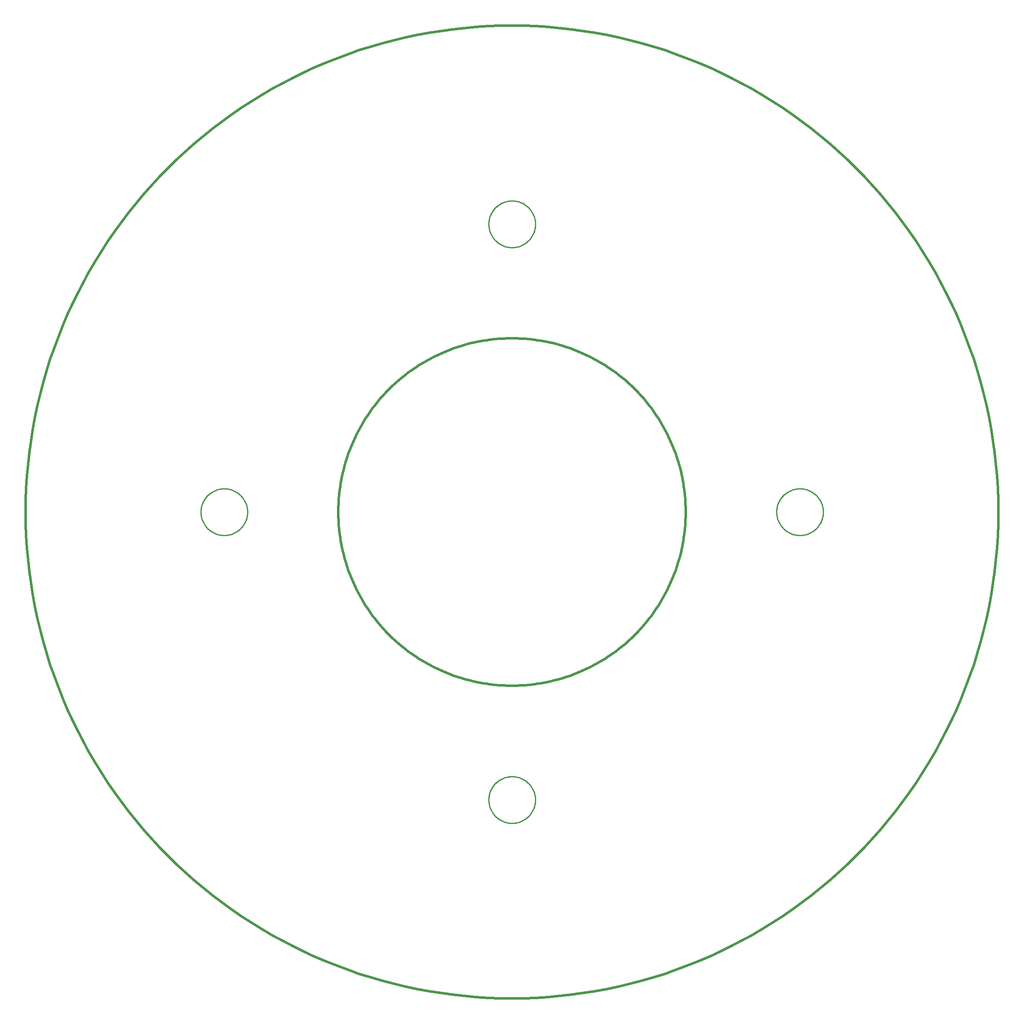
<source format=gko>
G04 EAGLE Gerber RS-274X export*
G75*
%MOMM*%
%FSLAX34Y34*%
%LPD*%
%INBoard Outline*%
%IPPOS*%
%AMOC8*
5,1,8,0,0,1.08239X$1,22.5*%
G01*
%ADD10C,0.152400*%
%ADD11C,0.508000*%
%ADD12C,0.254000*%


D10*
X533000Y0D02*
X533014Y1153D01*
X533057Y2306D01*
X533127Y3458D01*
X533226Y4607D01*
X533353Y5753D01*
X533509Y6896D01*
X533692Y8035D01*
X533903Y9169D01*
X534142Y10298D01*
X534409Y11420D01*
X534703Y12535D01*
X535024Y13643D01*
X535372Y14743D01*
X535747Y15834D01*
X536149Y16915D01*
X536578Y17986D01*
X537032Y19046D01*
X537513Y20095D01*
X538018Y21132D01*
X538550Y22156D01*
X539106Y23166D01*
X539687Y24163D01*
X540292Y25145D01*
X540921Y26112D01*
X541574Y27063D01*
X542249Y27998D01*
X542948Y28916D01*
X543669Y29816D01*
X544411Y30699D01*
X545175Y31563D01*
X545960Y32408D01*
X546766Y33234D01*
X547592Y34040D01*
X548437Y34825D01*
X549301Y35589D01*
X550184Y36331D01*
X551084Y37052D01*
X552002Y37751D01*
X552937Y38426D01*
X553888Y39079D01*
X554855Y39708D01*
X555837Y40313D01*
X556834Y40894D01*
X557844Y41450D01*
X558868Y41982D01*
X559905Y42487D01*
X560954Y42968D01*
X562014Y43422D01*
X563085Y43851D01*
X564166Y44253D01*
X565257Y44628D01*
X566357Y44976D01*
X567465Y45297D01*
X568580Y45591D01*
X569702Y45858D01*
X570831Y46097D01*
X571965Y46308D01*
X573104Y46491D01*
X574247Y46647D01*
X575393Y46774D01*
X576542Y46873D01*
X577694Y46943D01*
X578847Y46986D01*
X580000Y47000D01*
X581153Y46986D01*
X582306Y46943D01*
X583458Y46873D01*
X584607Y46774D01*
X585753Y46647D01*
X586896Y46491D01*
X588035Y46308D01*
X589169Y46097D01*
X590298Y45858D01*
X591420Y45591D01*
X592535Y45297D01*
X593643Y44976D01*
X594743Y44628D01*
X595834Y44253D01*
X596915Y43851D01*
X597986Y43422D01*
X599046Y42968D01*
X600095Y42487D01*
X601132Y41982D01*
X602156Y41450D01*
X603166Y40894D01*
X604163Y40313D01*
X605145Y39708D01*
X606112Y39079D01*
X607063Y38426D01*
X607998Y37751D01*
X608916Y37052D01*
X609816Y36331D01*
X610699Y35589D01*
X611563Y34825D01*
X612408Y34040D01*
X613234Y33234D01*
X614040Y32408D01*
X614825Y31563D01*
X615589Y30699D01*
X616331Y29816D01*
X617052Y28916D01*
X617751Y27998D01*
X618426Y27063D01*
X619079Y26112D01*
X619708Y25145D01*
X620313Y24163D01*
X620894Y23166D01*
X621450Y22156D01*
X621982Y21132D01*
X622487Y20095D01*
X622968Y19046D01*
X623422Y17986D01*
X623851Y16915D01*
X624253Y15834D01*
X624628Y14743D01*
X624976Y13643D01*
X625297Y12535D01*
X625591Y11420D01*
X625858Y10298D01*
X626097Y9169D01*
X626308Y8035D01*
X626491Y6896D01*
X626647Y5753D01*
X626774Y4607D01*
X626873Y3458D01*
X626943Y2306D01*
X626986Y1153D01*
X627000Y0D01*
X626986Y-1153D01*
X626943Y-2306D01*
X626873Y-3458D01*
X626774Y-4607D01*
X626647Y-5753D01*
X626491Y-6896D01*
X626308Y-8035D01*
X626097Y-9169D01*
X625858Y-10298D01*
X625591Y-11420D01*
X625297Y-12535D01*
X624976Y-13643D01*
X624628Y-14743D01*
X624253Y-15834D01*
X623851Y-16915D01*
X623422Y-17986D01*
X622968Y-19046D01*
X622487Y-20095D01*
X621982Y-21132D01*
X621450Y-22156D01*
X620894Y-23166D01*
X620313Y-24163D01*
X619708Y-25145D01*
X619079Y-26112D01*
X618426Y-27063D01*
X617751Y-27998D01*
X617052Y-28916D01*
X616331Y-29816D01*
X615589Y-30699D01*
X614825Y-31563D01*
X614040Y-32408D01*
X613234Y-33234D01*
X612408Y-34040D01*
X611563Y-34825D01*
X610699Y-35589D01*
X609816Y-36331D01*
X608916Y-37052D01*
X607998Y-37751D01*
X607063Y-38426D01*
X606112Y-39079D01*
X605145Y-39708D01*
X604163Y-40313D01*
X603166Y-40894D01*
X602156Y-41450D01*
X601132Y-41982D01*
X600095Y-42487D01*
X599046Y-42968D01*
X597986Y-43422D01*
X596915Y-43851D01*
X595834Y-44253D01*
X594743Y-44628D01*
X593643Y-44976D01*
X592535Y-45297D01*
X591420Y-45591D01*
X590298Y-45858D01*
X589169Y-46097D01*
X588035Y-46308D01*
X586896Y-46491D01*
X585753Y-46647D01*
X584607Y-46774D01*
X583458Y-46873D01*
X582306Y-46943D01*
X581153Y-46986D01*
X580000Y-47000D01*
X578847Y-46986D01*
X577694Y-46943D01*
X576542Y-46873D01*
X575393Y-46774D01*
X574247Y-46647D01*
X573104Y-46491D01*
X571965Y-46308D01*
X570831Y-46097D01*
X569702Y-45858D01*
X568580Y-45591D01*
X567465Y-45297D01*
X566357Y-44976D01*
X565257Y-44628D01*
X564166Y-44253D01*
X563085Y-43851D01*
X562014Y-43422D01*
X560954Y-42968D01*
X559905Y-42487D01*
X558868Y-41982D01*
X557844Y-41450D01*
X556834Y-40894D01*
X555837Y-40313D01*
X554855Y-39708D01*
X553888Y-39079D01*
X552937Y-38426D01*
X552002Y-37751D01*
X551084Y-37052D01*
X550184Y-36331D01*
X549301Y-35589D01*
X548437Y-34825D01*
X547592Y-34040D01*
X546766Y-33234D01*
X545960Y-32408D01*
X545175Y-31563D01*
X544411Y-30699D01*
X543669Y-29816D01*
X542948Y-28916D01*
X542249Y-27998D01*
X541574Y-27063D01*
X540921Y-26112D01*
X540292Y-25145D01*
X539687Y-24163D01*
X539106Y-23166D01*
X538550Y-22156D01*
X538018Y-21132D01*
X537513Y-20095D01*
X537032Y-19046D01*
X536578Y-17986D01*
X536149Y-16915D01*
X535747Y-15834D01*
X535372Y-14743D01*
X535024Y-13643D01*
X534703Y-12535D01*
X534409Y-11420D01*
X534142Y-10298D01*
X533903Y-9169D01*
X533692Y-8035D01*
X533509Y-6896D01*
X533353Y-5753D01*
X533226Y-4607D01*
X533127Y-3458D01*
X533057Y-2306D01*
X533014Y-1153D01*
X533000Y0D01*
X-47000Y580000D02*
X-46986Y581153D01*
X-46943Y582306D01*
X-46873Y583458D01*
X-46774Y584607D01*
X-46647Y585753D01*
X-46491Y586896D01*
X-46308Y588035D01*
X-46097Y589169D01*
X-45858Y590298D01*
X-45591Y591420D01*
X-45297Y592535D01*
X-44976Y593643D01*
X-44628Y594743D01*
X-44253Y595834D01*
X-43851Y596915D01*
X-43422Y597986D01*
X-42968Y599046D01*
X-42487Y600095D01*
X-41982Y601132D01*
X-41450Y602156D01*
X-40894Y603166D01*
X-40313Y604163D01*
X-39708Y605145D01*
X-39079Y606112D01*
X-38426Y607063D01*
X-37751Y607998D01*
X-37052Y608916D01*
X-36331Y609816D01*
X-35589Y610699D01*
X-34825Y611563D01*
X-34040Y612408D01*
X-33234Y613234D01*
X-32408Y614040D01*
X-31563Y614825D01*
X-30699Y615589D01*
X-29816Y616331D01*
X-28916Y617052D01*
X-27998Y617751D01*
X-27063Y618426D01*
X-26112Y619079D01*
X-25145Y619708D01*
X-24163Y620313D01*
X-23166Y620894D01*
X-22156Y621450D01*
X-21132Y621982D01*
X-20095Y622487D01*
X-19046Y622968D01*
X-17986Y623422D01*
X-16915Y623851D01*
X-15834Y624253D01*
X-14743Y624628D01*
X-13643Y624976D01*
X-12535Y625297D01*
X-11420Y625591D01*
X-10298Y625858D01*
X-9169Y626097D01*
X-8035Y626308D01*
X-6896Y626491D01*
X-5753Y626647D01*
X-4607Y626774D01*
X-3458Y626873D01*
X-2306Y626943D01*
X-1153Y626986D01*
X0Y627000D01*
X1153Y626986D01*
X2306Y626943D01*
X3458Y626873D01*
X4607Y626774D01*
X5753Y626647D01*
X6896Y626491D01*
X8035Y626308D01*
X9169Y626097D01*
X10298Y625858D01*
X11420Y625591D01*
X12535Y625297D01*
X13643Y624976D01*
X14743Y624628D01*
X15834Y624253D01*
X16915Y623851D01*
X17986Y623422D01*
X19046Y622968D01*
X20095Y622487D01*
X21132Y621982D01*
X22156Y621450D01*
X23166Y620894D01*
X24163Y620313D01*
X25145Y619708D01*
X26112Y619079D01*
X27063Y618426D01*
X27998Y617751D01*
X28916Y617052D01*
X29816Y616331D01*
X30699Y615589D01*
X31563Y614825D01*
X32408Y614040D01*
X33234Y613234D01*
X34040Y612408D01*
X34825Y611563D01*
X35589Y610699D01*
X36331Y609816D01*
X37052Y608916D01*
X37751Y607998D01*
X38426Y607063D01*
X39079Y606112D01*
X39708Y605145D01*
X40313Y604163D01*
X40894Y603166D01*
X41450Y602156D01*
X41982Y601132D01*
X42487Y600095D01*
X42968Y599046D01*
X43422Y597986D01*
X43851Y596915D01*
X44253Y595834D01*
X44628Y594743D01*
X44976Y593643D01*
X45297Y592535D01*
X45591Y591420D01*
X45858Y590298D01*
X46097Y589169D01*
X46308Y588035D01*
X46491Y586896D01*
X46647Y585753D01*
X46774Y584607D01*
X46873Y583458D01*
X46943Y582306D01*
X46986Y581153D01*
X47000Y580000D01*
X46986Y578847D01*
X46943Y577694D01*
X46873Y576542D01*
X46774Y575393D01*
X46647Y574247D01*
X46491Y573104D01*
X46308Y571965D01*
X46097Y570831D01*
X45858Y569702D01*
X45591Y568580D01*
X45297Y567465D01*
X44976Y566357D01*
X44628Y565257D01*
X44253Y564166D01*
X43851Y563085D01*
X43422Y562014D01*
X42968Y560954D01*
X42487Y559905D01*
X41982Y558868D01*
X41450Y557844D01*
X40894Y556834D01*
X40313Y555837D01*
X39708Y554855D01*
X39079Y553888D01*
X38426Y552937D01*
X37751Y552002D01*
X37052Y551084D01*
X36331Y550184D01*
X35589Y549301D01*
X34825Y548437D01*
X34040Y547592D01*
X33234Y546766D01*
X32408Y545960D01*
X31563Y545175D01*
X30699Y544411D01*
X29816Y543669D01*
X28916Y542948D01*
X27998Y542249D01*
X27063Y541574D01*
X26112Y540921D01*
X25145Y540292D01*
X24163Y539687D01*
X23166Y539106D01*
X22156Y538550D01*
X21132Y538018D01*
X20095Y537513D01*
X19046Y537032D01*
X17986Y536578D01*
X16915Y536149D01*
X15834Y535747D01*
X14743Y535372D01*
X13643Y535024D01*
X12535Y534703D01*
X11420Y534409D01*
X10298Y534142D01*
X9169Y533903D01*
X8035Y533692D01*
X6896Y533509D01*
X5753Y533353D01*
X4607Y533226D01*
X3458Y533127D01*
X2306Y533057D01*
X1153Y533014D01*
X0Y533000D01*
X-1153Y533014D01*
X-2306Y533057D01*
X-3458Y533127D01*
X-4607Y533226D01*
X-5753Y533353D01*
X-6896Y533509D01*
X-8035Y533692D01*
X-9169Y533903D01*
X-10298Y534142D01*
X-11420Y534409D01*
X-12535Y534703D01*
X-13643Y535024D01*
X-14743Y535372D01*
X-15834Y535747D01*
X-16915Y536149D01*
X-17986Y536578D01*
X-19046Y537032D01*
X-20095Y537513D01*
X-21132Y538018D01*
X-22156Y538550D01*
X-23166Y539106D01*
X-24163Y539687D01*
X-25145Y540292D01*
X-26112Y540921D01*
X-27063Y541574D01*
X-27998Y542249D01*
X-28916Y542948D01*
X-29816Y543669D01*
X-30699Y544411D01*
X-31563Y545175D01*
X-32408Y545960D01*
X-33234Y546766D01*
X-34040Y547592D01*
X-34825Y548437D01*
X-35589Y549301D01*
X-36331Y550184D01*
X-37052Y551084D01*
X-37751Y552002D01*
X-38426Y552937D01*
X-39079Y553888D01*
X-39708Y554855D01*
X-40313Y555837D01*
X-40894Y556834D01*
X-41450Y557844D01*
X-41982Y558868D01*
X-42487Y559905D01*
X-42968Y560954D01*
X-43422Y562014D01*
X-43851Y563085D01*
X-44253Y564166D01*
X-44628Y565257D01*
X-44976Y566357D01*
X-45297Y567465D01*
X-45591Y568580D01*
X-45858Y569702D01*
X-46097Y570831D01*
X-46308Y571965D01*
X-46491Y573104D01*
X-46647Y574247D01*
X-46774Y575393D01*
X-46873Y576542D01*
X-46943Y577694D01*
X-46986Y578847D01*
X-47000Y580000D01*
X-627000Y0D02*
X-626986Y1153D01*
X-626943Y2306D01*
X-626873Y3458D01*
X-626774Y4607D01*
X-626647Y5753D01*
X-626491Y6896D01*
X-626308Y8035D01*
X-626097Y9169D01*
X-625858Y10298D01*
X-625591Y11420D01*
X-625297Y12535D01*
X-624976Y13643D01*
X-624628Y14743D01*
X-624253Y15834D01*
X-623851Y16915D01*
X-623422Y17986D01*
X-622968Y19046D01*
X-622487Y20095D01*
X-621982Y21132D01*
X-621450Y22156D01*
X-620894Y23166D01*
X-620313Y24163D01*
X-619708Y25145D01*
X-619079Y26112D01*
X-618426Y27063D01*
X-617751Y27998D01*
X-617052Y28916D01*
X-616331Y29816D01*
X-615589Y30699D01*
X-614825Y31563D01*
X-614040Y32408D01*
X-613234Y33234D01*
X-612408Y34040D01*
X-611563Y34825D01*
X-610699Y35589D01*
X-609816Y36331D01*
X-608916Y37052D01*
X-607998Y37751D01*
X-607063Y38426D01*
X-606112Y39079D01*
X-605145Y39708D01*
X-604163Y40313D01*
X-603166Y40894D01*
X-602156Y41450D01*
X-601132Y41982D01*
X-600095Y42487D01*
X-599046Y42968D01*
X-597986Y43422D01*
X-596915Y43851D01*
X-595834Y44253D01*
X-594743Y44628D01*
X-593643Y44976D01*
X-592535Y45297D01*
X-591420Y45591D01*
X-590298Y45858D01*
X-589169Y46097D01*
X-588035Y46308D01*
X-586896Y46491D01*
X-585753Y46647D01*
X-584607Y46774D01*
X-583458Y46873D01*
X-582306Y46943D01*
X-581153Y46986D01*
X-580000Y47000D01*
X-578847Y46986D01*
X-577694Y46943D01*
X-576542Y46873D01*
X-575393Y46774D01*
X-574247Y46647D01*
X-573104Y46491D01*
X-571965Y46308D01*
X-570831Y46097D01*
X-569702Y45858D01*
X-568580Y45591D01*
X-567465Y45297D01*
X-566357Y44976D01*
X-565257Y44628D01*
X-564166Y44253D01*
X-563085Y43851D01*
X-562014Y43422D01*
X-560954Y42968D01*
X-559905Y42487D01*
X-558868Y41982D01*
X-557844Y41450D01*
X-556834Y40894D01*
X-555837Y40313D01*
X-554855Y39708D01*
X-553888Y39079D01*
X-552937Y38426D01*
X-552002Y37751D01*
X-551084Y37052D01*
X-550184Y36331D01*
X-549301Y35589D01*
X-548437Y34825D01*
X-547592Y34040D01*
X-546766Y33234D01*
X-545960Y32408D01*
X-545175Y31563D01*
X-544411Y30699D01*
X-543669Y29816D01*
X-542948Y28916D01*
X-542249Y27998D01*
X-541574Y27063D01*
X-540921Y26112D01*
X-540292Y25145D01*
X-539687Y24163D01*
X-539106Y23166D01*
X-538550Y22156D01*
X-538018Y21132D01*
X-537513Y20095D01*
X-537032Y19046D01*
X-536578Y17986D01*
X-536149Y16915D01*
X-535747Y15834D01*
X-535372Y14743D01*
X-535024Y13643D01*
X-534703Y12535D01*
X-534409Y11420D01*
X-534142Y10298D01*
X-533903Y9169D01*
X-533692Y8035D01*
X-533509Y6896D01*
X-533353Y5753D01*
X-533226Y4607D01*
X-533127Y3458D01*
X-533057Y2306D01*
X-533014Y1153D01*
X-533000Y0D01*
X-533014Y-1153D01*
X-533057Y-2306D01*
X-533127Y-3458D01*
X-533226Y-4607D01*
X-533353Y-5753D01*
X-533509Y-6896D01*
X-533692Y-8035D01*
X-533903Y-9169D01*
X-534142Y-10298D01*
X-534409Y-11420D01*
X-534703Y-12535D01*
X-535024Y-13643D01*
X-535372Y-14743D01*
X-535747Y-15834D01*
X-536149Y-16915D01*
X-536578Y-17986D01*
X-537032Y-19046D01*
X-537513Y-20095D01*
X-538018Y-21132D01*
X-538550Y-22156D01*
X-539106Y-23166D01*
X-539687Y-24163D01*
X-540292Y-25145D01*
X-540921Y-26112D01*
X-541574Y-27063D01*
X-542249Y-27998D01*
X-542948Y-28916D01*
X-543669Y-29816D01*
X-544411Y-30699D01*
X-545175Y-31563D01*
X-545960Y-32408D01*
X-546766Y-33234D01*
X-547592Y-34040D01*
X-548437Y-34825D01*
X-549301Y-35589D01*
X-550184Y-36331D01*
X-551084Y-37052D01*
X-552002Y-37751D01*
X-552937Y-38426D01*
X-553888Y-39079D01*
X-554855Y-39708D01*
X-555837Y-40313D01*
X-556834Y-40894D01*
X-557844Y-41450D01*
X-558868Y-41982D01*
X-559905Y-42487D01*
X-560954Y-42968D01*
X-562014Y-43422D01*
X-563085Y-43851D01*
X-564166Y-44253D01*
X-565257Y-44628D01*
X-566357Y-44976D01*
X-567465Y-45297D01*
X-568580Y-45591D01*
X-569702Y-45858D01*
X-570831Y-46097D01*
X-571965Y-46308D01*
X-573104Y-46491D01*
X-574247Y-46647D01*
X-575393Y-46774D01*
X-576542Y-46873D01*
X-577694Y-46943D01*
X-578847Y-46986D01*
X-580000Y-47000D01*
X-581153Y-46986D01*
X-582306Y-46943D01*
X-583458Y-46873D01*
X-584607Y-46774D01*
X-585753Y-46647D01*
X-586896Y-46491D01*
X-588035Y-46308D01*
X-589169Y-46097D01*
X-590298Y-45858D01*
X-591420Y-45591D01*
X-592535Y-45297D01*
X-593643Y-44976D01*
X-594743Y-44628D01*
X-595834Y-44253D01*
X-596915Y-43851D01*
X-597986Y-43422D01*
X-599046Y-42968D01*
X-600095Y-42487D01*
X-601132Y-41982D01*
X-602156Y-41450D01*
X-603166Y-40894D01*
X-604163Y-40313D01*
X-605145Y-39708D01*
X-606112Y-39079D01*
X-607063Y-38426D01*
X-607998Y-37751D01*
X-608916Y-37052D01*
X-609816Y-36331D01*
X-610699Y-35589D01*
X-611563Y-34825D01*
X-612408Y-34040D01*
X-613234Y-33234D01*
X-614040Y-32408D01*
X-614825Y-31563D01*
X-615589Y-30699D01*
X-616331Y-29816D01*
X-617052Y-28916D01*
X-617751Y-27998D01*
X-618426Y-27063D01*
X-619079Y-26112D01*
X-619708Y-25145D01*
X-620313Y-24163D01*
X-620894Y-23166D01*
X-621450Y-22156D01*
X-621982Y-21132D01*
X-622487Y-20095D01*
X-622968Y-19046D01*
X-623422Y-17986D01*
X-623851Y-16915D01*
X-624253Y-15834D01*
X-624628Y-14743D01*
X-624976Y-13643D01*
X-625297Y-12535D01*
X-625591Y-11420D01*
X-625858Y-10298D01*
X-626097Y-9169D01*
X-626308Y-8035D01*
X-626491Y-6896D01*
X-626647Y-5753D01*
X-626774Y-4607D01*
X-626873Y-3458D01*
X-626943Y-2306D01*
X-626986Y-1153D01*
X-627000Y0D01*
X-47000Y-580000D02*
X-46986Y-578847D01*
X-46943Y-577694D01*
X-46873Y-576542D01*
X-46774Y-575393D01*
X-46647Y-574247D01*
X-46491Y-573104D01*
X-46308Y-571965D01*
X-46097Y-570831D01*
X-45858Y-569702D01*
X-45591Y-568580D01*
X-45297Y-567465D01*
X-44976Y-566357D01*
X-44628Y-565257D01*
X-44253Y-564166D01*
X-43851Y-563085D01*
X-43422Y-562014D01*
X-42968Y-560954D01*
X-42487Y-559905D01*
X-41982Y-558868D01*
X-41450Y-557844D01*
X-40894Y-556834D01*
X-40313Y-555837D01*
X-39708Y-554855D01*
X-39079Y-553888D01*
X-38426Y-552937D01*
X-37751Y-552002D01*
X-37052Y-551084D01*
X-36331Y-550184D01*
X-35589Y-549301D01*
X-34825Y-548437D01*
X-34040Y-547592D01*
X-33234Y-546766D01*
X-32408Y-545960D01*
X-31563Y-545175D01*
X-30699Y-544411D01*
X-29816Y-543669D01*
X-28916Y-542948D01*
X-27998Y-542249D01*
X-27063Y-541574D01*
X-26112Y-540921D01*
X-25145Y-540292D01*
X-24163Y-539687D01*
X-23166Y-539106D01*
X-22156Y-538550D01*
X-21132Y-538018D01*
X-20095Y-537513D01*
X-19046Y-537032D01*
X-17986Y-536578D01*
X-16915Y-536149D01*
X-15834Y-535747D01*
X-14743Y-535372D01*
X-13643Y-535024D01*
X-12535Y-534703D01*
X-11420Y-534409D01*
X-10298Y-534142D01*
X-9169Y-533903D01*
X-8035Y-533692D01*
X-6896Y-533509D01*
X-5753Y-533353D01*
X-4607Y-533226D01*
X-3458Y-533127D01*
X-2306Y-533057D01*
X-1153Y-533014D01*
X0Y-533000D01*
X1153Y-533014D01*
X2306Y-533057D01*
X3458Y-533127D01*
X4607Y-533226D01*
X5753Y-533353D01*
X6896Y-533509D01*
X8035Y-533692D01*
X9169Y-533903D01*
X10298Y-534142D01*
X11420Y-534409D01*
X12535Y-534703D01*
X13643Y-535024D01*
X14743Y-535372D01*
X15834Y-535747D01*
X16915Y-536149D01*
X17986Y-536578D01*
X19046Y-537032D01*
X20095Y-537513D01*
X21132Y-538018D01*
X22156Y-538550D01*
X23166Y-539106D01*
X24163Y-539687D01*
X25145Y-540292D01*
X26112Y-540921D01*
X27063Y-541574D01*
X27998Y-542249D01*
X28916Y-542948D01*
X29816Y-543669D01*
X30699Y-544411D01*
X31563Y-545175D01*
X32408Y-545960D01*
X33234Y-546766D01*
X34040Y-547592D01*
X34825Y-548437D01*
X35589Y-549301D01*
X36331Y-550184D01*
X37052Y-551084D01*
X37751Y-552002D01*
X38426Y-552937D01*
X39079Y-553888D01*
X39708Y-554855D01*
X40313Y-555837D01*
X40894Y-556834D01*
X41450Y-557844D01*
X41982Y-558868D01*
X42487Y-559905D01*
X42968Y-560954D01*
X43422Y-562014D01*
X43851Y-563085D01*
X44253Y-564166D01*
X44628Y-565257D01*
X44976Y-566357D01*
X45297Y-567465D01*
X45591Y-568580D01*
X45858Y-569702D01*
X46097Y-570831D01*
X46308Y-571965D01*
X46491Y-573104D01*
X46647Y-574247D01*
X46774Y-575393D01*
X46873Y-576542D01*
X46943Y-577694D01*
X46986Y-578847D01*
X47000Y-580000D01*
X46986Y-581153D01*
X46943Y-582306D01*
X46873Y-583458D01*
X46774Y-584607D01*
X46647Y-585753D01*
X46491Y-586896D01*
X46308Y-588035D01*
X46097Y-589169D01*
X45858Y-590298D01*
X45591Y-591420D01*
X45297Y-592535D01*
X44976Y-593643D01*
X44628Y-594743D01*
X44253Y-595834D01*
X43851Y-596915D01*
X43422Y-597986D01*
X42968Y-599046D01*
X42487Y-600095D01*
X41982Y-601132D01*
X41450Y-602156D01*
X40894Y-603166D01*
X40313Y-604163D01*
X39708Y-605145D01*
X39079Y-606112D01*
X38426Y-607063D01*
X37751Y-607998D01*
X37052Y-608916D01*
X36331Y-609816D01*
X35589Y-610699D01*
X34825Y-611563D01*
X34040Y-612408D01*
X33234Y-613234D01*
X32408Y-614040D01*
X31563Y-614825D01*
X30699Y-615589D01*
X29816Y-616331D01*
X28916Y-617052D01*
X27998Y-617751D01*
X27063Y-618426D01*
X26112Y-619079D01*
X25145Y-619708D01*
X24163Y-620313D01*
X23166Y-620894D01*
X22156Y-621450D01*
X21132Y-621982D01*
X20095Y-622487D01*
X19046Y-622968D01*
X17986Y-623422D01*
X16915Y-623851D01*
X15834Y-624253D01*
X14743Y-624628D01*
X13643Y-624976D01*
X12535Y-625297D01*
X11420Y-625591D01*
X10298Y-625858D01*
X9169Y-626097D01*
X8035Y-626308D01*
X6896Y-626491D01*
X5753Y-626647D01*
X4607Y-626774D01*
X3458Y-626873D01*
X2306Y-626943D01*
X1153Y-626986D01*
X0Y-627000D01*
X-1153Y-626986D01*
X-2306Y-626943D01*
X-3458Y-626873D01*
X-4607Y-626774D01*
X-5753Y-626647D01*
X-6896Y-626491D01*
X-8035Y-626308D01*
X-9169Y-626097D01*
X-10298Y-625858D01*
X-11420Y-625591D01*
X-12535Y-625297D01*
X-13643Y-624976D01*
X-14743Y-624628D01*
X-15834Y-624253D01*
X-16915Y-623851D01*
X-17986Y-623422D01*
X-19046Y-622968D01*
X-20095Y-622487D01*
X-21132Y-621982D01*
X-22156Y-621450D01*
X-23166Y-620894D01*
X-24163Y-620313D01*
X-25145Y-619708D01*
X-26112Y-619079D01*
X-27063Y-618426D01*
X-27998Y-617751D01*
X-28916Y-617052D01*
X-29816Y-616331D01*
X-30699Y-615589D01*
X-31563Y-614825D01*
X-32408Y-614040D01*
X-33234Y-613234D01*
X-34040Y-612408D01*
X-34825Y-611563D01*
X-35589Y-610699D01*
X-36331Y-609816D01*
X-37052Y-608916D01*
X-37751Y-607998D01*
X-38426Y-607063D01*
X-39079Y-606112D01*
X-39708Y-605145D01*
X-40313Y-604163D01*
X-40894Y-603166D01*
X-41450Y-602156D01*
X-41982Y-601132D01*
X-42487Y-600095D01*
X-42968Y-599046D01*
X-43422Y-597986D01*
X-43851Y-596915D01*
X-44253Y-595834D01*
X-44628Y-594743D01*
X-44976Y-593643D01*
X-45297Y-592535D01*
X-45591Y-591420D01*
X-45858Y-590298D01*
X-46097Y-589169D01*
X-46308Y-588035D01*
X-46491Y-586896D01*
X-46647Y-585753D01*
X-46774Y-584607D01*
X-46873Y-583458D01*
X-46943Y-582306D01*
X-46986Y-581153D01*
X-47000Y-580000D01*
D11*
X-980000Y0D02*
X-979705Y24050D01*
X-978820Y48086D01*
X-977345Y72093D01*
X-975281Y96057D01*
X-972630Y119962D01*
X-969393Y143796D01*
X-965572Y167543D01*
X-961170Y191189D01*
X-956188Y214719D01*
X-950631Y238121D01*
X-944501Y261379D01*
X-937802Y284479D01*
X-930538Y307408D01*
X-922713Y330152D01*
X-914333Y352697D01*
X-905402Y375030D01*
X-895926Y397136D01*
X-885910Y419004D01*
X-875360Y440619D01*
X-864283Y461969D01*
X-852685Y483040D01*
X-840574Y503821D01*
X-827956Y524298D01*
X-814840Y544459D01*
X-801233Y564292D01*
X-787143Y583785D01*
X-772579Y602927D01*
X-757550Y621705D01*
X-742065Y640109D01*
X-726132Y658128D01*
X-709762Y675750D01*
X-692965Y692965D01*
X-675750Y709762D01*
X-658128Y726132D01*
X-640109Y742065D01*
X-621705Y757550D01*
X-602927Y772579D01*
X-583785Y787143D01*
X-564292Y801233D01*
X-544459Y814840D01*
X-524298Y827956D01*
X-503821Y840574D01*
X-483040Y852685D01*
X-461969Y864283D01*
X-440619Y875360D01*
X-419004Y885910D01*
X-397136Y895926D01*
X-375030Y905402D01*
X-352697Y914333D01*
X-330152Y922713D01*
X-307408Y930538D01*
X-284479Y937802D01*
X-261379Y944501D01*
X-238121Y950631D01*
X-214719Y956188D01*
X-191189Y961170D01*
X-167543Y965572D01*
X-143796Y969393D01*
X-119962Y972630D01*
X-96057Y975281D01*
X-72093Y977345D01*
X-48086Y978820D01*
X-24050Y979705D01*
X0Y980000D01*
X24050Y979705D01*
X48086Y978820D01*
X72093Y977345D01*
X96057Y975281D01*
X119962Y972630D01*
X143796Y969393D01*
X167543Y965572D01*
X191189Y961170D01*
X214719Y956188D01*
X238121Y950631D01*
X261379Y944501D01*
X284479Y937802D01*
X307408Y930538D01*
X330152Y922713D01*
X352697Y914333D01*
X375030Y905402D01*
X397136Y895926D01*
X419004Y885910D01*
X440619Y875360D01*
X461969Y864283D01*
X483040Y852685D01*
X503821Y840574D01*
X524298Y827956D01*
X544459Y814840D01*
X564292Y801233D01*
X583785Y787143D01*
X602927Y772579D01*
X621705Y757550D01*
X640109Y742065D01*
X658128Y726132D01*
X675750Y709762D01*
X692965Y692965D01*
X709762Y675750D01*
X726132Y658128D01*
X742065Y640109D01*
X757550Y621705D01*
X772579Y602927D01*
X787143Y583785D01*
X801233Y564292D01*
X814840Y544459D01*
X827956Y524298D01*
X840574Y503821D01*
X852685Y483040D01*
X864283Y461969D01*
X875360Y440619D01*
X885910Y419004D01*
X895926Y397136D01*
X905402Y375030D01*
X914333Y352697D01*
X922713Y330152D01*
X930538Y307408D01*
X937802Y284479D01*
X944501Y261379D01*
X950631Y238121D01*
X956188Y214719D01*
X961170Y191189D01*
X965572Y167543D01*
X969393Y143796D01*
X972630Y119962D01*
X975281Y96057D01*
X977345Y72093D01*
X978820Y48086D01*
X979705Y24050D01*
X980000Y0D01*
X979705Y-24050D01*
X978820Y-48086D01*
X977345Y-72093D01*
X975281Y-96057D01*
X972630Y-119962D01*
X969393Y-143796D01*
X965572Y-167543D01*
X961170Y-191189D01*
X956188Y-214719D01*
X950631Y-238121D01*
X944501Y-261379D01*
X937802Y-284479D01*
X930538Y-307408D01*
X922713Y-330152D01*
X914333Y-352697D01*
X905402Y-375030D01*
X895926Y-397136D01*
X885910Y-419004D01*
X875360Y-440619D01*
X864283Y-461969D01*
X852685Y-483040D01*
X840574Y-503821D01*
X827956Y-524298D01*
X814840Y-544459D01*
X801233Y-564292D01*
X787143Y-583785D01*
X772579Y-602927D01*
X757550Y-621705D01*
X742065Y-640109D01*
X726132Y-658128D01*
X709762Y-675750D01*
X692965Y-692965D01*
X675750Y-709762D01*
X658128Y-726132D01*
X640109Y-742065D01*
X621705Y-757550D01*
X602927Y-772579D01*
X583785Y-787143D01*
X564292Y-801233D01*
X544459Y-814840D01*
X524298Y-827956D01*
X503821Y-840574D01*
X483040Y-852685D01*
X461969Y-864283D01*
X440619Y-875360D01*
X419004Y-885910D01*
X397136Y-895926D01*
X375030Y-905402D01*
X352697Y-914333D01*
X330152Y-922713D01*
X307408Y-930538D01*
X284479Y-937802D01*
X261379Y-944501D01*
X238121Y-950631D01*
X214719Y-956188D01*
X191189Y-961170D01*
X167543Y-965572D01*
X143796Y-969393D01*
X119962Y-972630D01*
X96057Y-975281D01*
X72093Y-977345D01*
X48086Y-978820D01*
X24050Y-979705D01*
X0Y-980000D01*
X-24050Y-979705D01*
X-48086Y-978820D01*
X-72093Y-977345D01*
X-96057Y-975281D01*
X-119962Y-972630D01*
X-143796Y-969393D01*
X-167543Y-965572D01*
X-191189Y-961170D01*
X-214719Y-956188D01*
X-238121Y-950631D01*
X-261379Y-944501D01*
X-284479Y-937802D01*
X-307408Y-930538D01*
X-330152Y-922713D01*
X-352697Y-914333D01*
X-375030Y-905402D01*
X-397136Y-895926D01*
X-419004Y-885910D01*
X-440619Y-875360D01*
X-461969Y-864283D01*
X-483040Y-852685D01*
X-503821Y-840574D01*
X-524298Y-827956D01*
X-544459Y-814840D01*
X-564292Y-801233D01*
X-583785Y-787143D01*
X-602927Y-772579D01*
X-621705Y-757550D01*
X-640109Y-742065D01*
X-658128Y-726132D01*
X-675750Y-709762D01*
X-692965Y-692965D01*
X-709762Y-675750D01*
X-726132Y-658128D01*
X-742065Y-640109D01*
X-757550Y-621705D01*
X-772579Y-602927D01*
X-787143Y-583785D01*
X-801233Y-564292D01*
X-814840Y-544459D01*
X-827956Y-524298D01*
X-840574Y-503821D01*
X-852685Y-483040D01*
X-864283Y-461969D01*
X-875360Y-440619D01*
X-885910Y-419004D01*
X-895926Y-397136D01*
X-905402Y-375030D01*
X-914333Y-352697D01*
X-922713Y-330152D01*
X-930538Y-307408D01*
X-937802Y-284479D01*
X-944501Y-261379D01*
X-950631Y-238121D01*
X-956188Y-214719D01*
X-961170Y-191189D01*
X-965572Y-167543D01*
X-969393Y-143796D01*
X-972630Y-119962D01*
X-975281Y-96057D01*
X-977345Y-72093D01*
X-978820Y-48086D01*
X-979705Y-24050D01*
X-980000Y0D01*
X-350000Y0D02*
X-349895Y8589D01*
X-349578Y17174D01*
X-349052Y25748D01*
X-348315Y34306D01*
X-347368Y42844D01*
X-346212Y51356D01*
X-344847Y59837D01*
X-343275Y68282D01*
X-341496Y76685D01*
X-339511Y85043D01*
X-337322Y93349D01*
X-334929Y101600D01*
X-332335Y109789D01*
X-329540Y117911D01*
X-326547Y125963D01*
X-323358Y133939D01*
X-319973Y141834D01*
X-316396Y149644D01*
X-312629Y157364D01*
X-308672Y164989D01*
X-304530Y172514D01*
X-300205Y179936D01*
X-295699Y187249D01*
X-291014Y194450D01*
X-286155Y201533D01*
X-281123Y208495D01*
X-275921Y215331D01*
X-270554Y222038D01*
X-265023Y228610D01*
X-259333Y235046D01*
X-253486Y241339D01*
X-247487Y247487D01*
X-241339Y253486D01*
X-235046Y259333D01*
X-228610Y265023D01*
X-222038Y270554D01*
X-215331Y275921D01*
X-208495Y281123D01*
X-201533Y286155D01*
X-194450Y291014D01*
X-187249Y295699D01*
X-179936Y300205D01*
X-172514Y304530D01*
X-164989Y308672D01*
X-157364Y312629D01*
X-149644Y316396D01*
X-141834Y319973D01*
X-133939Y323358D01*
X-125963Y326547D01*
X-117911Y329540D01*
X-109789Y332335D01*
X-101600Y334929D01*
X-93349Y337322D01*
X-85043Y339511D01*
X-76685Y341496D01*
X-68282Y343275D01*
X-59837Y344847D01*
X-51356Y346212D01*
X-42844Y347368D01*
X-34306Y348315D01*
X-25748Y349052D01*
X-17174Y349578D01*
X-8589Y349895D01*
X0Y350000D01*
X8589Y349895D01*
X17174Y349578D01*
X25748Y349052D01*
X34306Y348315D01*
X42844Y347368D01*
X51356Y346212D01*
X59837Y344847D01*
X68282Y343275D01*
X76685Y341496D01*
X85043Y339511D01*
X93349Y337322D01*
X101600Y334929D01*
X109789Y332335D01*
X117911Y329540D01*
X125963Y326547D01*
X133939Y323358D01*
X141834Y319973D01*
X149644Y316396D01*
X157364Y312629D01*
X164989Y308672D01*
X172514Y304530D01*
X179936Y300205D01*
X187249Y295699D01*
X194450Y291014D01*
X201533Y286155D01*
X208495Y281123D01*
X215331Y275921D01*
X222038Y270554D01*
X228610Y265023D01*
X235046Y259333D01*
X241339Y253486D01*
X247487Y247487D01*
X253486Y241339D01*
X259333Y235046D01*
X265023Y228610D01*
X270554Y222038D01*
X275921Y215331D01*
X281123Y208495D01*
X286155Y201533D01*
X291014Y194450D01*
X295699Y187249D01*
X300205Y179936D01*
X304530Y172514D01*
X308672Y164989D01*
X312629Y157364D01*
X316396Y149644D01*
X319973Y141834D01*
X323358Y133939D01*
X326547Y125963D01*
X329540Y117911D01*
X332335Y109789D01*
X334929Y101600D01*
X337322Y93349D01*
X339511Y85043D01*
X341496Y76685D01*
X343275Y68282D01*
X344847Y59837D01*
X346212Y51356D01*
X347368Y42844D01*
X348315Y34306D01*
X349052Y25748D01*
X349578Y17174D01*
X349895Y8589D01*
X350000Y0D01*
X349895Y-8589D01*
X349578Y-17174D01*
X349052Y-25748D01*
X348315Y-34306D01*
X347368Y-42844D01*
X346212Y-51356D01*
X344847Y-59837D01*
X343275Y-68282D01*
X341496Y-76685D01*
X339511Y-85043D01*
X337322Y-93349D01*
X334929Y-101600D01*
X332335Y-109789D01*
X329540Y-117911D01*
X326547Y-125963D01*
X323358Y-133939D01*
X319973Y-141834D01*
X316396Y-149644D01*
X312629Y-157364D01*
X308672Y-164989D01*
X304530Y-172514D01*
X300205Y-179936D01*
X295699Y-187249D01*
X291014Y-194450D01*
X286155Y-201533D01*
X281123Y-208495D01*
X275921Y-215331D01*
X270554Y-222038D01*
X265023Y-228610D01*
X259333Y-235046D01*
X253486Y-241339D01*
X247487Y-247487D01*
X241339Y-253486D01*
X235046Y-259333D01*
X228610Y-265023D01*
X222038Y-270554D01*
X215331Y-275921D01*
X208495Y-281123D01*
X201533Y-286155D01*
X194450Y-291014D01*
X187249Y-295699D01*
X179936Y-300205D01*
X172514Y-304530D01*
X164989Y-308672D01*
X157364Y-312629D01*
X149644Y-316396D01*
X141834Y-319973D01*
X133939Y-323358D01*
X125963Y-326547D01*
X117911Y-329540D01*
X109789Y-332335D01*
X101600Y-334929D01*
X93349Y-337322D01*
X85043Y-339511D01*
X76685Y-341496D01*
X68282Y-343275D01*
X59837Y-344847D01*
X51356Y-346212D01*
X42844Y-347368D01*
X34306Y-348315D01*
X25748Y-349052D01*
X17174Y-349578D01*
X8589Y-349895D01*
X0Y-350000D01*
X-8589Y-349895D01*
X-17174Y-349578D01*
X-25748Y-349052D01*
X-34306Y-348315D01*
X-42844Y-347368D01*
X-51356Y-346212D01*
X-59837Y-344847D01*
X-68282Y-343275D01*
X-76685Y-341496D01*
X-85043Y-339511D01*
X-93349Y-337322D01*
X-101600Y-334929D01*
X-109789Y-332335D01*
X-117911Y-329540D01*
X-125963Y-326547D01*
X-133939Y-323358D01*
X-141834Y-319973D01*
X-149644Y-316396D01*
X-157364Y-312629D01*
X-164989Y-308672D01*
X-172514Y-304530D01*
X-179936Y-300205D01*
X-187249Y-295699D01*
X-194450Y-291014D01*
X-201533Y-286155D01*
X-208495Y-281123D01*
X-215331Y-275921D01*
X-222038Y-270554D01*
X-228610Y-265023D01*
X-235046Y-259333D01*
X-241339Y-253486D01*
X-247487Y-247487D01*
X-253486Y-241339D01*
X-259333Y-235046D01*
X-265023Y-228610D01*
X-270554Y-222038D01*
X-275921Y-215331D01*
X-281123Y-208495D01*
X-286155Y-201533D01*
X-291014Y-194450D01*
X-295699Y-187249D01*
X-300205Y-179936D01*
X-304530Y-172514D01*
X-308672Y-164989D01*
X-312629Y-157364D01*
X-316396Y-149644D01*
X-319973Y-141834D01*
X-323358Y-133939D01*
X-326547Y-125963D01*
X-329540Y-117911D01*
X-332335Y-109789D01*
X-334929Y-101600D01*
X-337322Y-93349D01*
X-339511Y-85043D01*
X-341496Y-76685D01*
X-343275Y-68282D01*
X-344847Y-59837D01*
X-346212Y-51356D01*
X-347368Y-42844D01*
X-348315Y-34306D01*
X-349052Y-25748D01*
X-349578Y-17174D01*
X-349895Y-8589D01*
X-350000Y0D01*
D12*
X980000Y-12027D02*
X980000Y12027D01*
X979410Y36074D01*
X978229Y60099D01*
X976460Y84088D01*
X974102Y108026D01*
X971158Y131899D01*
X967628Y155693D01*
X963516Y179393D01*
X958823Y202984D01*
X953553Y226454D01*
X947708Y249787D01*
X941293Y272970D01*
X934310Y295988D01*
X926765Y318828D01*
X918661Y341476D01*
X910004Y363918D01*
X900799Y386141D01*
X891052Y408132D01*
X880767Y429876D01*
X869952Y451362D01*
X858613Y472576D01*
X846757Y493505D01*
X834391Y514137D01*
X821522Y534459D01*
X808158Y554459D01*
X794308Y574125D01*
X779979Y593446D01*
X765180Y612408D01*
X749920Y631002D01*
X734209Y649216D01*
X718055Y667039D01*
X701469Y684460D01*
X684460Y701469D01*
X667039Y718055D01*
X649216Y734209D01*
X631002Y749920D01*
X612408Y765180D01*
X593446Y779979D01*
X574125Y794308D01*
X554459Y808158D01*
X534459Y821522D01*
X514137Y834391D01*
X493505Y846757D01*
X472576Y858613D01*
X451362Y869952D01*
X429876Y880767D01*
X408132Y891052D01*
X386141Y900799D01*
X363918Y910004D01*
X341476Y918661D01*
X318828Y926765D01*
X295988Y934310D01*
X272970Y941293D01*
X249787Y947708D01*
X226454Y953553D01*
X202984Y958823D01*
X179393Y963516D01*
X155693Y967628D01*
X131899Y971158D01*
X108026Y974102D01*
X84088Y976460D01*
X60099Y978229D01*
X36074Y979410D01*
X12027Y980000D01*
X-12027Y980000D01*
X-36074Y979410D01*
X-60099Y978229D01*
X-84088Y976460D01*
X-108026Y974102D01*
X-131899Y971158D01*
X-155693Y967628D01*
X-179393Y963516D01*
X-202984Y958823D01*
X-226454Y953553D01*
X-249787Y947708D01*
X-272970Y941293D01*
X-295988Y934310D01*
X-318828Y926765D01*
X-341476Y918661D01*
X-363918Y910004D01*
X-386141Y900799D01*
X-408132Y891052D01*
X-429876Y880767D01*
X-451362Y869952D01*
X-472576Y858613D01*
X-493505Y846757D01*
X-514137Y834391D01*
X-534459Y821522D01*
X-554459Y808158D01*
X-574125Y794308D01*
X-593446Y779979D01*
X-612408Y765180D01*
X-631002Y749920D01*
X-649216Y734209D01*
X-667039Y718055D01*
X-684460Y701469D01*
X-701469Y684460D01*
X-718055Y667039D01*
X-734209Y649216D01*
X-749920Y631002D01*
X-765180Y612408D01*
X-779979Y593446D01*
X-794308Y574125D01*
X-808158Y554459D01*
X-821522Y534459D01*
X-834391Y514137D01*
X-846757Y493505D01*
X-858613Y472576D01*
X-869952Y451362D01*
X-880767Y429876D01*
X-891052Y408132D01*
X-900799Y386141D01*
X-910004Y363918D01*
X-918661Y341476D01*
X-926765Y318828D01*
X-934310Y295988D01*
X-941293Y272970D01*
X-947708Y249787D01*
X-953553Y226454D01*
X-958823Y202984D01*
X-963516Y179393D01*
X-967628Y155693D01*
X-971158Y131899D01*
X-974102Y108026D01*
X-976460Y84088D01*
X-978229Y60099D01*
X-979410Y36074D01*
X-980000Y12027D01*
X-980000Y-12027D01*
X-979410Y-36074D01*
X-978229Y-60099D01*
X-976460Y-84088D01*
X-974102Y-108026D01*
X-971158Y-131899D01*
X-967628Y-155693D01*
X-963516Y-179393D01*
X-958823Y-202984D01*
X-953553Y-226454D01*
X-947708Y-249787D01*
X-941293Y-272970D01*
X-934310Y-295988D01*
X-926765Y-318828D01*
X-918661Y-341476D01*
X-910004Y-363918D01*
X-900799Y-386141D01*
X-891052Y-408132D01*
X-880767Y-429876D01*
X-869952Y-451362D01*
X-858613Y-472576D01*
X-846757Y-493505D01*
X-834391Y-514137D01*
X-821522Y-534459D01*
X-808158Y-554459D01*
X-794308Y-574125D01*
X-779979Y-593446D01*
X-765180Y-612408D01*
X-749920Y-631002D01*
X-734209Y-649216D01*
X-718055Y-667039D01*
X-701469Y-684460D01*
X-684460Y-701469D01*
X-667039Y-718055D01*
X-649216Y-734209D01*
X-631002Y-749920D01*
X-612408Y-765180D01*
X-593446Y-779979D01*
X-574125Y-794308D01*
X-554459Y-808158D01*
X-534459Y-821522D01*
X-514137Y-834391D01*
X-493505Y-846757D01*
X-472576Y-858613D01*
X-451362Y-869952D01*
X-429876Y-880767D01*
X-408132Y-891052D01*
X-386141Y-900799D01*
X-363918Y-910004D01*
X-341476Y-918661D01*
X-318828Y-926765D01*
X-295988Y-934310D01*
X-272970Y-941293D01*
X-249787Y-947708D01*
X-226454Y-953553D01*
X-202984Y-958823D01*
X-179393Y-963516D01*
X-155693Y-967628D01*
X-131899Y-971158D01*
X-108026Y-974102D01*
X-84088Y-976460D01*
X-60099Y-978229D01*
X-36074Y-979410D01*
X-12027Y-980000D01*
X12027Y-980000D01*
X36074Y-979410D01*
X60099Y-978229D01*
X84088Y-976460D01*
X108026Y-974102D01*
X131899Y-971158D01*
X155693Y-967628D01*
X179393Y-963516D01*
X202984Y-958823D01*
X226454Y-953553D01*
X249787Y-947708D01*
X272970Y-941293D01*
X295988Y-934310D01*
X318828Y-926765D01*
X341476Y-918661D01*
X363918Y-910004D01*
X386141Y-900799D01*
X408132Y-891052D01*
X429876Y-880767D01*
X451362Y-869952D01*
X472576Y-858613D01*
X493505Y-846757D01*
X514137Y-834391D01*
X534459Y-821522D01*
X554459Y-808158D01*
X574125Y-794308D01*
X593446Y-779979D01*
X612408Y-765180D01*
X631002Y-749920D01*
X649216Y-734209D01*
X667039Y-718055D01*
X684460Y-701469D01*
X701469Y-684460D01*
X718055Y-667039D01*
X734209Y-649216D01*
X749920Y-631002D01*
X765180Y-612408D01*
X779979Y-593446D01*
X794308Y-574125D01*
X808158Y-554459D01*
X821522Y-534459D01*
X834391Y-514137D01*
X846757Y-493505D01*
X858613Y-472576D01*
X869952Y-451362D01*
X880767Y-429876D01*
X891052Y-408132D01*
X900799Y-386141D01*
X910004Y-363918D01*
X918661Y-341476D01*
X926765Y-318828D01*
X934310Y-295988D01*
X941293Y-272970D01*
X947708Y-249787D01*
X953553Y-226454D01*
X958823Y-202984D01*
X963516Y-179393D01*
X967628Y-155693D01*
X971158Y-131899D01*
X974102Y-108026D01*
X976460Y-84088D01*
X978229Y-60099D01*
X979410Y-36074D01*
X980000Y-12027D01*
X627000Y-923D02*
X627000Y923D01*
X626928Y2767D01*
X626783Y4608D01*
X626566Y6441D01*
X626277Y8264D01*
X625917Y10074D01*
X625486Y11869D01*
X624985Y13646D01*
X624414Y15402D01*
X623776Y17133D01*
X623069Y18839D01*
X622296Y20515D01*
X621458Y22160D01*
X620556Y23770D01*
X619592Y25344D01*
X618566Y26879D01*
X617481Y28373D01*
X616339Y29822D01*
X615140Y31226D01*
X613887Y32581D01*
X612581Y33887D01*
X611226Y35140D01*
X609822Y36339D01*
X608373Y37481D01*
X606879Y38566D01*
X605344Y39592D01*
X603770Y40556D01*
X602160Y41458D01*
X600515Y42296D01*
X598839Y43069D01*
X597133Y43776D01*
X595402Y44414D01*
X593646Y44985D01*
X591869Y45486D01*
X590074Y45917D01*
X588264Y46277D01*
X586441Y46566D01*
X584608Y46783D01*
X582767Y46928D01*
X580923Y47000D01*
X579077Y47000D01*
X577233Y46928D01*
X575392Y46783D01*
X573559Y46566D01*
X571736Y46277D01*
X569926Y45917D01*
X568131Y45486D01*
X566354Y44985D01*
X564598Y44414D01*
X562867Y43776D01*
X561161Y43069D01*
X559485Y42296D01*
X557840Y41458D01*
X556230Y40556D01*
X554656Y39592D01*
X553121Y38566D01*
X551627Y37481D01*
X550178Y36339D01*
X548774Y35140D01*
X547419Y33887D01*
X546113Y32581D01*
X544860Y31226D01*
X543662Y29822D01*
X542519Y28373D01*
X541434Y26879D01*
X540408Y25344D01*
X539444Y23770D01*
X538542Y22160D01*
X537704Y20515D01*
X536931Y18839D01*
X536224Y17133D01*
X535586Y15402D01*
X535015Y13646D01*
X534514Y11869D01*
X534083Y10074D01*
X533723Y8264D01*
X533434Y6441D01*
X533217Y4608D01*
X533072Y2767D01*
X533000Y923D01*
X533000Y-923D01*
X533072Y-2767D01*
X533217Y-4608D01*
X533434Y-6441D01*
X533723Y-8264D01*
X534083Y-10074D01*
X534514Y-11869D01*
X535015Y-13646D01*
X535586Y-15402D01*
X536224Y-17133D01*
X536931Y-18839D01*
X537704Y-20515D01*
X538542Y-22160D01*
X539444Y-23770D01*
X540408Y-25344D01*
X541434Y-26879D01*
X542519Y-28373D01*
X543662Y-29822D01*
X544860Y-31226D01*
X546113Y-32581D01*
X547419Y-33887D01*
X548774Y-35140D01*
X550178Y-36339D01*
X551627Y-37481D01*
X553121Y-38566D01*
X554656Y-39592D01*
X556230Y-40556D01*
X557840Y-41458D01*
X559485Y-42296D01*
X561161Y-43069D01*
X562867Y-43776D01*
X564598Y-44414D01*
X566354Y-44985D01*
X568131Y-45486D01*
X569926Y-45917D01*
X571736Y-46277D01*
X573559Y-46566D01*
X575392Y-46783D01*
X577233Y-46928D01*
X579077Y-47000D01*
X580923Y-47000D01*
X582767Y-46928D01*
X584608Y-46783D01*
X586441Y-46566D01*
X588264Y-46277D01*
X590074Y-45917D01*
X591869Y-45486D01*
X593646Y-44985D01*
X595402Y-44414D01*
X597133Y-43776D01*
X598839Y-43069D01*
X600515Y-42296D01*
X602160Y-41458D01*
X603770Y-40556D01*
X605344Y-39592D01*
X606879Y-38566D01*
X608373Y-37481D01*
X609822Y-36339D01*
X611226Y-35140D01*
X612581Y-33887D01*
X613887Y-32581D01*
X615140Y-31226D01*
X616339Y-29822D01*
X617481Y-28373D01*
X618566Y-26879D01*
X619592Y-25344D01*
X620556Y-23770D01*
X621458Y-22160D01*
X622296Y-20515D01*
X623069Y-18839D01*
X623776Y-17133D01*
X624414Y-15402D01*
X624985Y-13646D01*
X625486Y-11869D01*
X625917Y-10074D01*
X626277Y-8264D01*
X626566Y-6441D01*
X626783Y-4608D01*
X626928Y-2767D01*
X627000Y-923D01*
X47000Y579077D02*
X47000Y580923D01*
X46928Y582767D01*
X46783Y584608D01*
X46566Y586441D01*
X46277Y588264D01*
X45917Y590074D01*
X45486Y591869D01*
X44985Y593646D01*
X44414Y595402D01*
X43776Y597133D01*
X43069Y598839D01*
X42296Y600515D01*
X41458Y602160D01*
X40556Y603770D01*
X39592Y605344D01*
X38566Y606879D01*
X37481Y608373D01*
X36339Y609822D01*
X35140Y611226D01*
X33887Y612581D01*
X32581Y613887D01*
X31226Y615140D01*
X29822Y616339D01*
X28373Y617481D01*
X26879Y618566D01*
X25344Y619592D01*
X23770Y620556D01*
X22160Y621458D01*
X20515Y622296D01*
X18839Y623069D01*
X17133Y623776D01*
X15402Y624414D01*
X13646Y624985D01*
X11869Y625486D01*
X10074Y625917D01*
X8264Y626277D01*
X6441Y626566D01*
X4608Y626783D01*
X2767Y626928D01*
X923Y627000D01*
X-923Y627000D01*
X-2767Y626928D01*
X-4608Y626783D01*
X-6441Y626566D01*
X-8264Y626277D01*
X-10074Y625917D01*
X-11869Y625486D01*
X-13646Y624985D01*
X-15402Y624414D01*
X-17133Y623776D01*
X-18839Y623069D01*
X-20515Y622296D01*
X-22160Y621458D01*
X-23770Y620556D01*
X-25344Y619592D01*
X-26879Y618566D01*
X-28373Y617481D01*
X-29822Y616339D01*
X-31226Y615140D01*
X-32581Y613887D01*
X-33887Y612581D01*
X-35140Y611226D01*
X-36339Y609822D01*
X-37481Y608373D01*
X-38566Y606879D01*
X-39592Y605344D01*
X-40556Y603770D01*
X-41458Y602160D01*
X-42296Y600515D01*
X-43069Y598839D01*
X-43776Y597133D01*
X-44414Y595402D01*
X-44985Y593646D01*
X-45486Y591869D01*
X-45917Y590074D01*
X-46277Y588264D01*
X-46566Y586441D01*
X-46783Y584608D01*
X-46928Y582767D01*
X-47000Y580923D01*
X-47000Y579077D01*
X-46928Y577233D01*
X-46783Y575392D01*
X-46566Y573559D01*
X-46277Y571736D01*
X-45917Y569926D01*
X-45486Y568131D01*
X-44985Y566354D01*
X-44414Y564598D01*
X-43776Y562867D01*
X-43069Y561161D01*
X-42296Y559485D01*
X-41458Y557840D01*
X-40556Y556230D01*
X-39592Y554656D01*
X-38566Y553121D01*
X-37481Y551627D01*
X-36339Y550178D01*
X-35140Y548774D01*
X-33887Y547419D01*
X-32581Y546113D01*
X-31226Y544860D01*
X-29822Y543662D01*
X-28373Y542519D01*
X-26879Y541434D01*
X-25344Y540408D01*
X-23770Y539444D01*
X-22160Y538542D01*
X-20515Y537704D01*
X-18839Y536931D01*
X-17133Y536224D01*
X-15402Y535586D01*
X-13646Y535015D01*
X-11869Y534514D01*
X-10074Y534083D01*
X-8264Y533723D01*
X-6441Y533434D01*
X-4608Y533217D01*
X-2767Y533072D01*
X-923Y533000D01*
X923Y533000D01*
X2767Y533072D01*
X4608Y533217D01*
X6441Y533434D01*
X8264Y533723D01*
X10074Y534083D01*
X11869Y534514D01*
X13646Y535015D01*
X15402Y535586D01*
X17133Y536224D01*
X18839Y536931D01*
X20515Y537704D01*
X22160Y538542D01*
X23770Y539444D01*
X25344Y540408D01*
X26879Y541434D01*
X28373Y542519D01*
X29822Y543662D01*
X31226Y544860D01*
X32581Y546113D01*
X33887Y547419D01*
X35140Y548774D01*
X36339Y550178D01*
X37481Y551627D01*
X38566Y553121D01*
X39592Y554656D01*
X40556Y556230D01*
X41458Y557840D01*
X42296Y559485D01*
X43069Y561161D01*
X43776Y562867D01*
X44414Y564598D01*
X44985Y566354D01*
X45486Y568131D01*
X45917Y569926D01*
X46277Y571736D01*
X46566Y573559D01*
X46783Y575392D01*
X46928Y577233D01*
X47000Y579077D01*
X-533000Y-923D02*
X-533000Y923D01*
X-533072Y2767D01*
X-533217Y4608D01*
X-533434Y6441D01*
X-533723Y8264D01*
X-534083Y10074D01*
X-534514Y11869D01*
X-535015Y13646D01*
X-535586Y15402D01*
X-536224Y17133D01*
X-536931Y18839D01*
X-537704Y20515D01*
X-538542Y22160D01*
X-539444Y23770D01*
X-540408Y25344D01*
X-541434Y26879D01*
X-542519Y28373D01*
X-543662Y29822D01*
X-544860Y31226D01*
X-546113Y32581D01*
X-547419Y33887D01*
X-548774Y35140D01*
X-550178Y36339D01*
X-551627Y37481D01*
X-553121Y38566D01*
X-554656Y39592D01*
X-556230Y40556D01*
X-557840Y41458D01*
X-559485Y42296D01*
X-561161Y43069D01*
X-562867Y43776D01*
X-564598Y44414D01*
X-566354Y44985D01*
X-568131Y45486D01*
X-569926Y45917D01*
X-571736Y46277D01*
X-573559Y46566D01*
X-575392Y46783D01*
X-577233Y46928D01*
X-579077Y47000D01*
X-580923Y47000D01*
X-582767Y46928D01*
X-584608Y46783D01*
X-586441Y46566D01*
X-588264Y46277D01*
X-590074Y45917D01*
X-591869Y45486D01*
X-593646Y44985D01*
X-595402Y44414D01*
X-597133Y43776D01*
X-598839Y43069D01*
X-600515Y42296D01*
X-602160Y41458D01*
X-603770Y40556D01*
X-605344Y39592D01*
X-606879Y38566D01*
X-608373Y37481D01*
X-609822Y36339D01*
X-611226Y35140D01*
X-612581Y33887D01*
X-613887Y32581D01*
X-615140Y31226D01*
X-616339Y29822D01*
X-617481Y28373D01*
X-618566Y26879D01*
X-619592Y25344D01*
X-620556Y23770D01*
X-621458Y22160D01*
X-622296Y20515D01*
X-623069Y18839D01*
X-623776Y17133D01*
X-624414Y15402D01*
X-624985Y13646D01*
X-625486Y11869D01*
X-625917Y10074D01*
X-626277Y8264D01*
X-626566Y6441D01*
X-626783Y4608D01*
X-626928Y2767D01*
X-627000Y923D01*
X-627000Y-923D01*
X-626928Y-2767D01*
X-626783Y-4608D01*
X-626566Y-6441D01*
X-626277Y-8264D01*
X-625917Y-10074D01*
X-625486Y-11869D01*
X-624985Y-13646D01*
X-624414Y-15402D01*
X-623776Y-17133D01*
X-623069Y-18839D01*
X-622296Y-20515D01*
X-621458Y-22160D01*
X-620556Y-23770D01*
X-619592Y-25344D01*
X-618566Y-26879D01*
X-617481Y-28373D01*
X-616339Y-29822D01*
X-615140Y-31226D01*
X-613887Y-32581D01*
X-612581Y-33887D01*
X-611226Y-35140D01*
X-609822Y-36339D01*
X-608373Y-37481D01*
X-606879Y-38566D01*
X-605344Y-39592D01*
X-603770Y-40556D01*
X-602160Y-41458D01*
X-600515Y-42296D01*
X-598839Y-43069D01*
X-597133Y-43776D01*
X-595402Y-44414D01*
X-593646Y-44985D01*
X-591869Y-45486D01*
X-590074Y-45917D01*
X-588264Y-46277D01*
X-586441Y-46566D01*
X-584608Y-46783D01*
X-582767Y-46928D01*
X-580923Y-47000D01*
X-579077Y-47000D01*
X-577233Y-46928D01*
X-575392Y-46783D01*
X-573559Y-46566D01*
X-571736Y-46277D01*
X-569926Y-45917D01*
X-568131Y-45486D01*
X-566354Y-44985D01*
X-564598Y-44414D01*
X-562867Y-43776D01*
X-561161Y-43069D01*
X-559485Y-42296D01*
X-557840Y-41458D01*
X-556230Y-40556D01*
X-554656Y-39592D01*
X-553121Y-38566D01*
X-551627Y-37481D01*
X-550178Y-36339D01*
X-548774Y-35140D01*
X-547419Y-33887D01*
X-546113Y-32581D01*
X-544860Y-31226D01*
X-543662Y-29822D01*
X-542519Y-28373D01*
X-541434Y-26879D01*
X-540408Y-25344D01*
X-539444Y-23770D01*
X-538542Y-22160D01*
X-537704Y-20515D01*
X-536931Y-18839D01*
X-536224Y-17133D01*
X-535586Y-15402D01*
X-535015Y-13646D01*
X-534514Y-11869D01*
X-534083Y-10074D01*
X-533723Y-8264D01*
X-533434Y-6441D01*
X-533217Y-4608D01*
X-533072Y-2767D01*
X-533000Y-923D01*
X47000Y-580923D02*
X47000Y-579077D01*
X46928Y-577233D01*
X46783Y-575392D01*
X46566Y-573559D01*
X46277Y-571736D01*
X45917Y-569926D01*
X45486Y-568131D01*
X44985Y-566354D01*
X44414Y-564598D01*
X43776Y-562867D01*
X43069Y-561161D01*
X42296Y-559485D01*
X41458Y-557840D01*
X40556Y-556230D01*
X39592Y-554656D01*
X38566Y-553121D01*
X37481Y-551627D01*
X36339Y-550178D01*
X35140Y-548774D01*
X33887Y-547419D01*
X32581Y-546113D01*
X31226Y-544860D01*
X29822Y-543662D01*
X28373Y-542519D01*
X26879Y-541434D01*
X25344Y-540408D01*
X23770Y-539444D01*
X22160Y-538542D01*
X20515Y-537704D01*
X18839Y-536931D01*
X17133Y-536224D01*
X15402Y-535586D01*
X13646Y-535015D01*
X11869Y-534514D01*
X10074Y-534083D01*
X8264Y-533723D01*
X6441Y-533434D01*
X4608Y-533217D01*
X2767Y-533072D01*
X923Y-533000D01*
X-923Y-533000D01*
X-2767Y-533072D01*
X-4608Y-533217D01*
X-6441Y-533434D01*
X-8264Y-533723D01*
X-10074Y-534083D01*
X-11869Y-534514D01*
X-13646Y-535015D01*
X-15402Y-535586D01*
X-17133Y-536224D01*
X-18839Y-536931D01*
X-20515Y-537704D01*
X-22160Y-538542D01*
X-23770Y-539444D01*
X-25344Y-540408D01*
X-26879Y-541434D01*
X-28373Y-542519D01*
X-29822Y-543662D01*
X-31226Y-544860D01*
X-32581Y-546113D01*
X-33887Y-547419D01*
X-35140Y-548774D01*
X-36339Y-550178D01*
X-37481Y-551627D01*
X-38566Y-553121D01*
X-39592Y-554656D01*
X-40556Y-556230D01*
X-41458Y-557840D01*
X-42296Y-559485D01*
X-43069Y-561161D01*
X-43776Y-562867D01*
X-44414Y-564598D01*
X-44985Y-566354D01*
X-45486Y-568131D01*
X-45917Y-569926D01*
X-46277Y-571736D01*
X-46566Y-573559D01*
X-46783Y-575392D01*
X-46928Y-577233D01*
X-47000Y-579077D01*
X-47000Y-580923D01*
X-46928Y-582767D01*
X-46783Y-584608D01*
X-46566Y-586441D01*
X-46277Y-588264D01*
X-45917Y-590074D01*
X-45486Y-591869D01*
X-44985Y-593646D01*
X-44414Y-595402D01*
X-43776Y-597133D01*
X-43069Y-598839D01*
X-42296Y-600515D01*
X-41458Y-602160D01*
X-40556Y-603770D01*
X-39592Y-605344D01*
X-38566Y-606879D01*
X-37481Y-608373D01*
X-36339Y-609822D01*
X-35140Y-611226D01*
X-33887Y-612581D01*
X-32581Y-613887D01*
X-31226Y-615140D01*
X-29822Y-616339D01*
X-28373Y-617481D01*
X-26879Y-618566D01*
X-25344Y-619592D01*
X-23770Y-620556D01*
X-22160Y-621458D01*
X-20515Y-622296D01*
X-18839Y-623069D01*
X-17133Y-623776D01*
X-15402Y-624414D01*
X-13646Y-624985D01*
X-11869Y-625486D01*
X-10074Y-625917D01*
X-8264Y-626277D01*
X-6441Y-626566D01*
X-4608Y-626783D01*
X-2767Y-626928D01*
X-923Y-627000D01*
X923Y-627000D01*
X2767Y-626928D01*
X4608Y-626783D01*
X6441Y-626566D01*
X8264Y-626277D01*
X10074Y-625917D01*
X11869Y-625486D01*
X13646Y-624985D01*
X15402Y-624414D01*
X17133Y-623776D01*
X18839Y-623069D01*
X20515Y-622296D01*
X22160Y-621458D01*
X23770Y-620556D01*
X25344Y-619592D01*
X26879Y-618566D01*
X28373Y-617481D01*
X29822Y-616339D01*
X31226Y-615140D01*
X32581Y-613887D01*
X33887Y-612581D01*
X35140Y-611226D01*
X36339Y-609822D01*
X37481Y-608373D01*
X38566Y-606879D01*
X39592Y-605344D01*
X40556Y-603770D01*
X41458Y-602160D01*
X42296Y-600515D01*
X43069Y-598839D01*
X43776Y-597133D01*
X44414Y-595402D01*
X44985Y-593646D01*
X45486Y-591869D01*
X45917Y-590074D01*
X46277Y-588264D01*
X46566Y-586441D01*
X46783Y-584608D01*
X46928Y-582767D01*
X47000Y-580923D01*
X350000Y-4295D02*
X350000Y4295D01*
X349789Y12884D01*
X349368Y21464D01*
X348736Y30031D01*
X347894Y38581D01*
X346842Y47107D01*
X345582Y55605D01*
X344113Y64069D01*
X342437Y72494D01*
X340555Y80876D01*
X338467Y89210D01*
X336176Y97489D01*
X333682Y105710D01*
X330988Y113867D01*
X328093Y121956D01*
X325002Y129971D01*
X321714Y137908D01*
X318233Y145761D01*
X314560Y153527D01*
X310697Y161201D01*
X306648Y168777D01*
X302413Y176252D01*
X297997Y183620D01*
X293401Y190878D01*
X288628Y198021D01*
X283681Y205045D01*
X278564Y211945D01*
X273279Y218717D01*
X267829Y225358D01*
X262217Y231863D01*
X256448Y238228D01*
X250525Y244450D01*
X244450Y250525D01*
X238228Y256448D01*
X231863Y262217D01*
X225358Y267829D01*
X218717Y273279D01*
X211945Y278564D01*
X205045Y283681D01*
X198021Y288628D01*
X190878Y293401D01*
X183620Y297997D01*
X176252Y302413D01*
X168777Y306648D01*
X161201Y310697D01*
X153527Y314560D01*
X145761Y318233D01*
X137908Y321714D01*
X129971Y325002D01*
X121956Y328093D01*
X113867Y330988D01*
X105710Y333682D01*
X97489Y336176D01*
X89210Y338467D01*
X80876Y340555D01*
X72494Y342437D01*
X64069Y344113D01*
X55605Y345582D01*
X47107Y346842D01*
X38581Y347894D01*
X30031Y348736D01*
X21464Y349368D01*
X12884Y349789D01*
X4295Y350000D01*
X-4295Y350000D01*
X-12884Y349789D01*
X-21464Y349368D01*
X-30031Y348736D01*
X-38581Y347894D01*
X-47107Y346842D01*
X-55605Y345582D01*
X-64069Y344113D01*
X-72494Y342437D01*
X-80876Y340555D01*
X-89210Y338467D01*
X-97489Y336176D01*
X-105710Y333682D01*
X-113867Y330988D01*
X-121956Y328093D01*
X-129971Y325002D01*
X-137908Y321714D01*
X-145761Y318233D01*
X-153527Y314560D01*
X-161201Y310697D01*
X-168777Y306648D01*
X-176252Y302413D01*
X-183620Y297997D01*
X-190878Y293401D01*
X-198021Y288628D01*
X-205045Y283681D01*
X-211945Y278564D01*
X-218717Y273279D01*
X-225358Y267829D01*
X-231863Y262217D01*
X-238228Y256448D01*
X-244450Y250525D01*
X-250525Y244450D01*
X-256448Y238228D01*
X-262217Y231863D01*
X-267829Y225358D01*
X-273279Y218717D01*
X-278564Y211945D01*
X-283681Y205045D01*
X-288628Y198021D01*
X-293401Y190878D01*
X-297997Y183620D01*
X-302413Y176252D01*
X-306648Y168777D01*
X-310697Y161201D01*
X-314560Y153527D01*
X-318233Y145761D01*
X-321714Y137908D01*
X-325002Y129971D01*
X-328093Y121956D01*
X-330988Y113867D01*
X-333682Y105710D01*
X-336176Y97489D01*
X-338467Y89210D01*
X-340555Y80876D01*
X-342437Y72494D01*
X-344113Y64069D01*
X-345582Y55605D01*
X-346842Y47107D01*
X-347894Y38581D01*
X-348736Y30031D01*
X-349368Y21464D01*
X-349789Y12884D01*
X-350000Y4295D01*
X-350000Y-4295D01*
X-349789Y-12884D01*
X-349368Y-21464D01*
X-348736Y-30031D01*
X-347894Y-38581D01*
X-346842Y-47107D01*
X-345582Y-55605D01*
X-344113Y-64069D01*
X-342437Y-72494D01*
X-340555Y-80876D01*
X-338467Y-89210D01*
X-336176Y-97489D01*
X-333682Y-105710D01*
X-330988Y-113867D01*
X-328093Y-121956D01*
X-325002Y-129971D01*
X-321714Y-137908D01*
X-318233Y-145761D01*
X-314560Y-153527D01*
X-310697Y-161201D01*
X-306648Y-168777D01*
X-302413Y-176252D01*
X-297997Y-183620D01*
X-293401Y-190878D01*
X-288628Y-198021D01*
X-283681Y-205045D01*
X-278564Y-211945D01*
X-273279Y-218717D01*
X-267829Y-225358D01*
X-262217Y-231863D01*
X-256448Y-238228D01*
X-250525Y-244450D01*
X-244450Y-250525D01*
X-238228Y-256448D01*
X-231863Y-262217D01*
X-225358Y-267829D01*
X-218717Y-273279D01*
X-211945Y-278564D01*
X-205045Y-283681D01*
X-198021Y-288628D01*
X-190878Y-293401D01*
X-183620Y-297997D01*
X-176252Y-302413D01*
X-168777Y-306648D01*
X-161201Y-310697D01*
X-153527Y-314560D01*
X-145761Y-318233D01*
X-137908Y-321714D01*
X-129971Y-325002D01*
X-121956Y-328093D01*
X-113867Y-330988D01*
X-105710Y-333682D01*
X-97489Y-336176D01*
X-89210Y-338467D01*
X-80876Y-340555D01*
X-72494Y-342437D01*
X-64069Y-344113D01*
X-55605Y-345582D01*
X-47107Y-346842D01*
X-38581Y-347894D01*
X-30031Y-348736D01*
X-21464Y-349368D01*
X-12884Y-349789D01*
X-4295Y-350000D01*
X4295Y-350000D01*
X12884Y-349789D01*
X21464Y-349368D01*
X30031Y-348736D01*
X38581Y-347894D01*
X47107Y-346842D01*
X55605Y-345582D01*
X64069Y-344113D01*
X72494Y-342437D01*
X80876Y-340555D01*
X89210Y-338467D01*
X97489Y-336176D01*
X105710Y-333682D01*
X113867Y-330988D01*
X121956Y-328093D01*
X129971Y-325002D01*
X137908Y-321714D01*
X145761Y-318233D01*
X153527Y-314560D01*
X161201Y-310697D01*
X168777Y-306648D01*
X176252Y-302413D01*
X183620Y-297997D01*
X190878Y-293401D01*
X198021Y-288628D01*
X205045Y-283681D01*
X211945Y-278564D01*
X218717Y-273279D01*
X225358Y-267829D01*
X231863Y-262217D01*
X238228Y-256448D01*
X244450Y-250525D01*
X250525Y-244450D01*
X256448Y-238228D01*
X262217Y-231863D01*
X267829Y-225358D01*
X273279Y-218717D01*
X278564Y-211945D01*
X283681Y-205045D01*
X288628Y-198021D01*
X293401Y-190878D01*
X297997Y-183620D01*
X302413Y-176252D01*
X306648Y-168777D01*
X310697Y-161201D01*
X314560Y-153527D01*
X318233Y-145761D01*
X321714Y-137908D01*
X325002Y-129971D01*
X328093Y-121956D01*
X330988Y-113867D01*
X333682Y-105710D01*
X336176Y-97489D01*
X338467Y-89210D01*
X340555Y-80876D01*
X342437Y-72494D01*
X344113Y-64069D01*
X345582Y-55605D01*
X346842Y-47107D01*
X347894Y-38581D01*
X348736Y-30031D01*
X349368Y-21464D01*
X349789Y-12884D01*
X350000Y-4295D01*
M02*

</source>
